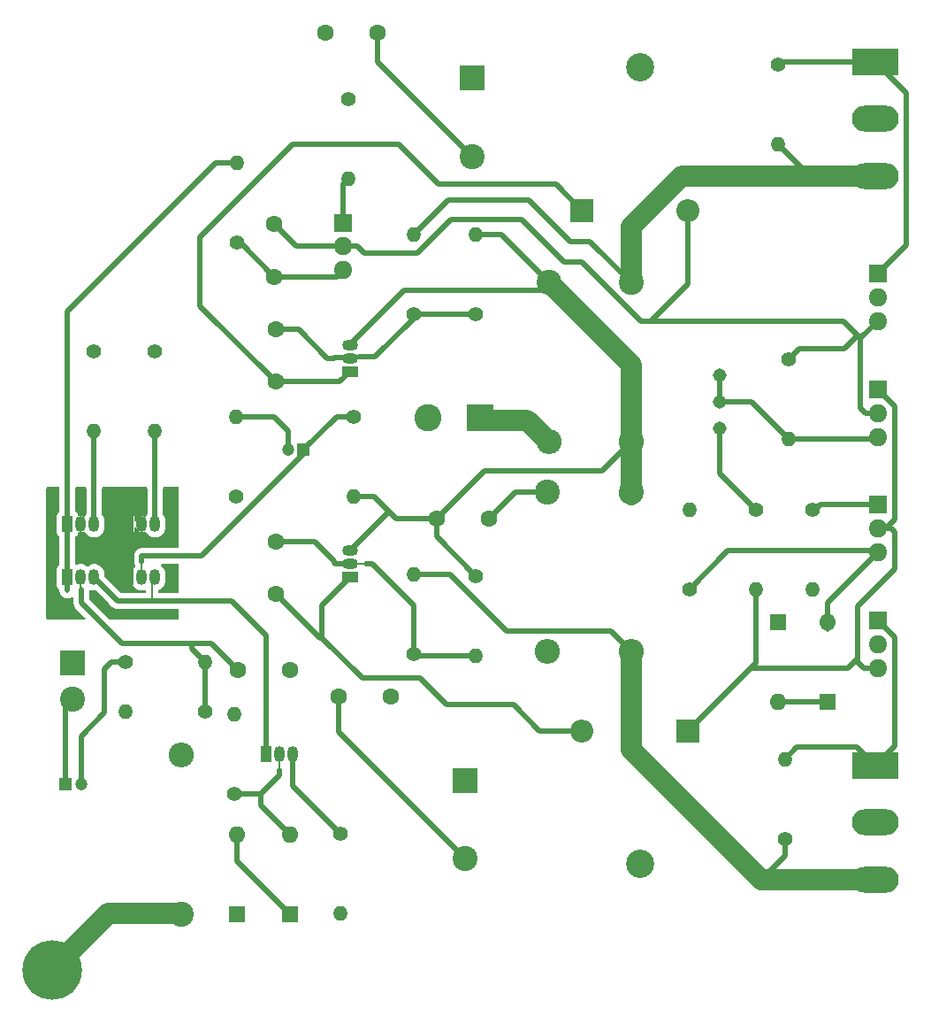
<source format=gbr>
%TF.GenerationSoftware,KiCad,Pcbnew,8.0.4*%
%TF.CreationDate,2024-08-31T16:48:19-04:00*%
%TF.ProjectId,classab-amp,636c6173-7361-4622-9d61-6d702e6b6963,rev?*%
%TF.SameCoordinates,Original*%
%TF.FileFunction,Copper,L1,Top*%
%TF.FilePolarity,Positive*%
%FSLAX46Y46*%
G04 Gerber Fmt 4.6, Leading zero omitted, Abs format (unit mm)*
G04 Created by KiCad (PCBNEW 8.0.4) date 2024-08-31 16:48:19*
%MOMM*%
%LPD*%
G01*
G04 APERTURE LIST*
%TA.AperFunction,ComponentPad*%
%ADD10R,2.600000X2.600000*%
%TD*%
%TA.AperFunction,ComponentPad*%
%ADD11C,2.600000*%
%TD*%
%TA.AperFunction,ComponentPad*%
%ADD12C,2.700000*%
%TD*%
%TA.AperFunction,ComponentPad*%
%ADD13R,1.600000X1.600000*%
%TD*%
%TA.AperFunction,ComponentPad*%
%ADD14O,1.600000X1.600000*%
%TD*%
%TA.AperFunction,ComponentPad*%
%ADD15C,2.400000*%
%TD*%
%TA.AperFunction,ComponentPad*%
%ADD16O,2.400000X2.400000*%
%TD*%
%TA.AperFunction,ComponentPad*%
%ADD17R,1.050000X1.500000*%
%TD*%
%TA.AperFunction,ComponentPad*%
%ADD18O,1.050000X1.500000*%
%TD*%
%TA.AperFunction,ComponentPad*%
%ADD19C,1.400000*%
%TD*%
%TA.AperFunction,ComponentPad*%
%ADD20O,1.400000X1.400000*%
%TD*%
%TA.AperFunction,ComponentPad*%
%ADD21R,1.200000X1.200000*%
%TD*%
%TA.AperFunction,ComponentPad*%
%ADD22C,1.200000*%
%TD*%
%TA.AperFunction,ComponentPad*%
%ADD23C,1.600000*%
%TD*%
%TA.AperFunction,ComponentPad*%
%ADD24R,2.200000X2.200000*%
%TD*%
%TA.AperFunction,ComponentPad*%
%ADD25O,2.200000X2.200000*%
%TD*%
%TA.AperFunction,ComponentPad*%
%ADD26R,4.500000X2.500000*%
%TD*%
%TA.AperFunction,ComponentPad*%
%ADD27O,4.500000X2.500000*%
%TD*%
%TA.AperFunction,ComponentPad*%
%ADD28C,5.700000*%
%TD*%
%TA.AperFunction,ComponentPad*%
%ADD29R,2.400000X2.400000*%
%TD*%
%TA.AperFunction,ComponentPad*%
%ADD30R,1.500000X1.050000*%
%TD*%
%TA.AperFunction,ComponentPad*%
%ADD31O,1.500000X1.050000*%
%TD*%
%TA.AperFunction,ComponentPad*%
%ADD32C,1.308000*%
%TD*%
%TA.AperFunction,ComponentPad*%
%ADD33R,1.800000X1.710000*%
%TD*%
%TA.AperFunction,ComponentPad*%
%ADD34O,1.800000X1.710000*%
%TD*%
%TA.AperFunction,Conductor*%
%ADD35C,0.500000*%
%TD*%
%TA.AperFunction,Conductor*%
%ADD36C,0.200000*%
%TD*%
%TA.AperFunction,Conductor*%
%ADD37C,2.000000*%
%TD*%
G04 APERTURE END LIST*
D10*
%TO.P,J1,1,Pin_1*%
%TO.N,/SPEAKER*%
X229536000Y-76708000D03*
D11*
%TO.P,J1,2,Pin_2*%
%TO.N,GND*%
X224536000Y-76708000D03*
%TD*%
D12*
%TO.P,,1*%
%TO.N,B+*%
X244840000Y-43180000D03*
%TD*%
%TO.P,,1*%
%TO.N,B-*%
X244840000Y-119380000D03*
%TD*%
D13*
%TO.P,D4,1,K*%
%TO.N,Net-(D4-K)*%
X262763000Y-103886000D03*
D14*
%TO.P,D4,2,A*%
%TO.N,Net-(D4-A)*%
X262763000Y-96266000D03*
%TD*%
D15*
%TO.P,R16,1*%
%TO.N,Net-(Q10-E)*%
X243963000Y-63732000D03*
D16*
%TO.P,R16,2*%
%TO.N,Net-(Q13-E)*%
X243963000Y-78972000D03*
%TD*%
D17*
%TO.P,Q5,1,C*%
%TO.N,Net-(Q1-E)*%
X209042000Y-108866000D03*
D18*
%TO.P,Q5,2,B*%
%TO.N,Net-(D1-A)*%
X210312000Y-108866000D03*
%TO.P,Q5,3,E*%
%TO.N,Net-(Q5-E)*%
X211582000Y-108866000D03*
%TD*%
D15*
%TO.P,R15,1*%
%TO.N,CHASSIS*%
X200914000Y-124206000D03*
D16*
%TO.P,R15,2*%
%TO.N,GND*%
X200914000Y-108966000D03*
%TD*%
D19*
%TO.P,R7,1*%
%TO.N,GND*%
X206121000Y-84201000D03*
D20*
%TO.P,R7,2*%
%TO.N,Net-(C4-Pad2)*%
X206121000Y-76581000D03*
%TD*%
%TO.P,R27,2*%
%TO.N,Net-(Q12-E)*%
X223135000Y-91672000D03*
D19*
%TO.P,R27,1*%
%TO.N,Net-(Q14-B)*%
X223135000Y-99292000D03*
%TD*%
%TO.P,R24,1*%
%TO.N,Net-(Q13-B)*%
X223135000Y-66802000D03*
D20*
%TO.P,R24,2*%
%TO.N,Net-(Q10-E)*%
X223135000Y-59182000D03*
%TD*%
D17*
%TO.P,Q3,1,C*%
%TO.N,Net-(Q1-C)*%
X189992000Y-86868000D03*
D18*
%TO.P,Q3,2,B*%
%TO.N,/LTP COM*%
X191262000Y-86868000D03*
%TO.P,Q3,3,E*%
%TO.N,Net-(Q3-E)*%
X192532000Y-86868000D03*
%TD*%
D21*
%TO.P,C1,1*%
%TO.N,/INPUT*%
X189777401Y-111760000D03*
D22*
%TO.P,C1,2*%
%TO.N,Net-(C1-Pad2)*%
X191277401Y-111760000D03*
%TD*%
D19*
%TO.P,R10,1*%
%TO.N,B+*%
X216916000Y-46228000D03*
D20*
%TO.P,R10,2*%
%TO.N,Net-(Q6-E)*%
X216916000Y-53848000D03*
%TD*%
D21*
%TO.P,C4,1*%
%TO.N,Net-(Q2-B)*%
X212598000Y-79756000D03*
D22*
%TO.P,C4,2*%
%TO.N,Net-(C4-Pad2)*%
X211098000Y-79756000D03*
%TD*%
D19*
%TO.P,R8,1*%
%TO.N,Net-(Q6-B)*%
X206248000Y-59944000D03*
D20*
%TO.P,R8,2*%
%TO.N,Net-(Q1-C)*%
X206248000Y-52324000D03*
%TD*%
D23*
%TO.P,C16,1*%
%TO.N,GND*%
X219670000Y-39878000D03*
%TO.P,C16,2*%
%TO.N,B+*%
X214670000Y-39878000D03*
%TD*%
D19*
%TO.P,R19,1*%
%TO.N,Net-(Q12-E)*%
X258699000Y-116967000D03*
D20*
%TO.P,R19,2*%
%TO.N,Net-(Q11-E)*%
X258699000Y-109347000D03*
%TD*%
D17*
%TO.P,Q2,1,C*%
%TO.N,/LTP COM*%
X195834000Y-91948000D03*
D18*
%TO.P,Q2,2,B*%
%TO.N,Net-(Q2-B)*%
X197104000Y-91948000D03*
%TO.P,Q2,3,E*%
%TO.N,Net-(Q1-E)*%
X198374000Y-91948000D03*
%TD*%
D24*
%TO.P,D6,1,K*%
%TO.N,Net-(D6-K)*%
X239264000Y-56874000D03*
D25*
%TO.P,D6,2,A*%
%TO.N,Net-(D6-A)*%
X249424000Y-56874000D03*
%TD*%
D19*
%TO.P,R9,1*%
%TO.N,Net-(Q2-B)*%
X217424000Y-76581000D03*
D20*
%TO.P,R9,2*%
%TO.N,Net-(Q13-E)*%
X217424000Y-84201000D03*
%TD*%
D26*
%TO.P,Q10,1,B*%
%TO.N,Net-(Q10-B)*%
X267340000Y-42649500D03*
D27*
%TO.P,Q10,2,C*%
%TO.N,B+*%
X267340000Y-48099500D03*
%TO.P,Q10,3,E*%
%TO.N,Net-(Q10-E)*%
X267340000Y-53549500D03*
%TD*%
D13*
%TO.P,D1,1,K*%
%TO.N,Net-(D1-K)*%
X211328000Y-124206000D03*
D14*
%TO.P,D1,2,A*%
%TO.N,Net-(D1-A)*%
X211328000Y-116586000D03*
%TD*%
D23*
%TO.P,C11,1*%
%TO.N,Net-(D6-K)*%
X209927000Y-73217000D03*
%TO.P,C11,2*%
%TO.N,Net-(Q13-B)*%
X209927000Y-68217000D03*
%TD*%
D19*
%TO.P,R6,1*%
%TO.N,Net-(D1-A)*%
X205994000Y-112676000D03*
D20*
%TO.P,R6,2*%
%TO.N,GND*%
X205994000Y-105056000D03*
%TD*%
D28*
%TO.P,,1*%
%TO.N,CHASSIS*%
X188500000Y-129500000D03*
%TD*%
D19*
%TO.P,R12,1*%
%TO.N,Net-(R12-Pad1)*%
X255905000Y-85471000D03*
D20*
%TO.P,R12,2*%
%TO.N,Net-(D3-K)*%
X255905000Y-93091000D03*
%TD*%
D19*
%TO.P,R13,1*%
%TO.N,Net-(D4-A)*%
X249555000Y-93091000D03*
D20*
%TO.P,R13,2*%
%TO.N,GND*%
X249555000Y-85471000D03*
%TD*%
D19*
%TO.P,R25,1*%
%TO.N,Net-(Q13-B)*%
X229108000Y-66802000D03*
D20*
%TO.P,R25,2*%
%TO.N,Net-(Q13-E)*%
X229108000Y-59182000D03*
%TD*%
D29*
%TO.P,J3,1,Pin_1*%
%TO.N,GND*%
X190500000Y-100132000D03*
D15*
%TO.P,J3,2,Pin_2*%
%TO.N,/INPUT*%
X190500000Y-103632000D03*
%TD*%
D19*
%TO.P,R14,1*%
%TO.N,Net-(Q8-E)*%
X261366000Y-85471000D03*
D20*
%TO.P,R14,2*%
%TO.N,B-*%
X261366000Y-93091000D03*
%TD*%
D19*
%TO.P,R4,1*%
%TO.N,B+*%
X198374000Y-70358000D03*
D20*
%TO.P,R4,2*%
%TO.N,Net-(Q4-E)*%
X198374000Y-77978000D03*
%TD*%
D23*
%TO.P,C12,1*%
%TO.N,Net-(D3-A)*%
X209927000Y-93537000D03*
%TO.P,C12,2*%
%TO.N,Net-(Q14-B)*%
X209927000Y-88537000D03*
%TD*%
%TO.P,C5,1*%
%TO.N,Net-(Q6-B)*%
X209800000Y-63184000D03*
%TO.P,C5,2*%
%TO.N,Net-(D6-A)*%
X209800000Y-58184000D03*
%TD*%
D15*
%TO.P,R20,1*%
%TO.N,Net-(C3-Pad2)*%
X235962000Y-83798000D03*
D16*
%TO.P,R20,2*%
%TO.N,GND*%
X235962000Y-99038000D03*
%TD*%
D26*
%TO.P,Q12,1,B*%
%TO.N,Net-(Q11-E)*%
X267340000Y-109959500D03*
D27*
%TO.P,Q12,2,C*%
%TO.N,B-*%
X267340000Y-115409500D03*
%TO.P,Q12,3,E*%
%TO.N,Net-(Q12-E)*%
X267340000Y-120859500D03*
%TD*%
D29*
%TO.P,C13,1*%
%TO.N,GND*%
X228088000Y-111357000D03*
D15*
%TO.P,C13,2*%
%TO.N,B-*%
X228088000Y-118857000D03*
%TD*%
D17*
%TO.P,Q1,1,C*%
%TO.N,Net-(Q1-C)*%
X189987000Y-91948000D03*
D18*
%TO.P,Q1,2,B*%
%TO.N,Net-(Q1-B)*%
X191257000Y-91948000D03*
%TO.P,Q1,3,E*%
%TO.N,Net-(Q1-E)*%
X192527000Y-91948000D03*
%TD*%
D23*
%TO.P,C15,1*%
%TO.N,B-*%
X215940000Y-103378000D03*
%TO.P,C15,2*%
%TO.N,GND*%
X220940000Y-103378000D03*
%TD*%
D30*
%TO.P,Q14,1,C*%
%TO.N,Net-(D3-A)*%
X217039000Y-91926000D03*
D31*
%TO.P,Q14,2,B*%
%TO.N,Net-(Q14-B)*%
X217039000Y-90656000D03*
%TO.P,Q14,3,E*%
%TO.N,Net-(Q13-E)*%
X217039000Y-89386000D03*
%TD*%
D13*
%TO.P,D2,1,K*%
%TO.N,B-*%
X206248000Y-124206000D03*
D14*
%TO.P,D2,2,A*%
%TO.N,Net-(D1-K)*%
X206248000Y-116586000D03*
%TD*%
D23*
%TO.P,C2,1*%
%TO.N,Net-(Q1-B)*%
X206288000Y-100838000D03*
%TO.P,C2,2*%
%TO.N,GND*%
X211288000Y-100838000D03*
%TD*%
D29*
%TO.P,C14,1*%
%TO.N,B+*%
X228723000Y-44167000D03*
D15*
%TO.P,C14,2*%
%TO.N,GND*%
X228723000Y-51667000D03*
%TD*%
D32*
%TO.P,RV1,1,1*%
%TO.N,Net-(Q7-B)*%
X252476000Y-72592000D03*
%TO.P,RV1,2,2*%
X252476000Y-75132000D03*
%TO.P,RV1,3,3*%
%TO.N,Net-(R12-Pad1)*%
X252476000Y-77672000D03*
%TD*%
D19*
%TO.P,R2,1*%
%TO.N,Net-(Q1-B)*%
X203200000Y-104802000D03*
D20*
%TO.P,R2,2*%
%TO.N,GND*%
X195580000Y-104802000D03*
%TD*%
D33*
%TO.P,Q11,1,E*%
%TO.N,Net-(Q11-E)*%
X267590000Y-96075500D03*
D34*
%TO.P,Q11,2,C*%
%TO.N,B-*%
X267590000Y-98355500D03*
%TO.P,Q11,3,B*%
%TO.N,Net-(D3-K)*%
X267590000Y-100635500D03*
%TD*%
D20*
%TO.P,R26,2*%
%TO.N,Net-(Q14-B)*%
X229104000Y-99419000D03*
D19*
%TO.P,R26,1*%
%TO.N,Net-(Q13-E)*%
X229104000Y-91799000D03*
%TD*%
D15*
%TO.P,R17,1*%
%TO.N,Net-(Q13-E)*%
X243963000Y-83798000D03*
D16*
%TO.P,R17,2*%
%TO.N,Net-(Q12-E)*%
X243963000Y-99038000D03*
%TD*%
D13*
%TO.P,D5,1,K*%
%TO.N,B-*%
X258064000Y-96266000D03*
D14*
%TO.P,D5,2,A*%
%TO.N,Net-(D4-K)*%
X258064000Y-103886000D03*
%TD*%
D33*
%TO.P,Q7,1,E*%
%TO.N,Net-(D3-K)*%
X267590000Y-73947500D03*
D34*
%TO.P,Q7,2,C*%
%TO.N,Net-(D6-A)*%
X267590000Y-76227500D03*
%TO.P,Q7,3,B*%
%TO.N,Net-(Q7-B)*%
X267590000Y-78507500D03*
%TD*%
D19*
%TO.P,R11,1*%
%TO.N,Net-(D6-A)*%
X259080000Y-71120000D03*
D20*
%TO.P,R11,2*%
%TO.N,Net-(Q7-B)*%
X259080000Y-78740000D03*
%TD*%
D33*
%TO.P,Q8,1,E*%
%TO.N,Net-(Q8-E)*%
X267590000Y-85011500D03*
D34*
%TO.P,Q8,2,C*%
%TO.N,Net-(D3-K)*%
X267590000Y-87291500D03*
%TO.P,Q8,3,B*%
%TO.N,Net-(D4-A)*%
X267590000Y-89571500D03*
%TD*%
D19*
%TO.P,R3,1*%
%TO.N,B+*%
X192532000Y-70358000D03*
D20*
%TO.P,R3,2*%
%TO.N,Net-(Q3-E)*%
X192532000Y-77978000D03*
%TD*%
D19*
%TO.P,R18,1*%
%TO.N,Net-(Q10-B)*%
X258064000Y-42926000D03*
D20*
%TO.P,R18,2*%
%TO.N,Net-(Q10-E)*%
X258064000Y-50546000D03*
%TD*%
D33*
%TO.P,Q6,1,E*%
%TO.N,Net-(Q6-E)*%
X216404000Y-58017000D03*
D34*
%TO.P,Q6,2,C*%
%TO.N,Net-(D6-A)*%
X216404000Y-60297000D03*
%TO.P,Q6,3,B*%
%TO.N,Net-(Q6-B)*%
X216404000Y-62577000D03*
%TD*%
D23*
%TO.P,C3,2*%
%TO.N,Net-(C3-Pad2)*%
X230338000Y-86360000D03*
%TO.P,C3,1*%
%TO.N,Net-(Q13-E)*%
X225338000Y-86360000D03*
%TD*%
D19*
%TO.P,R5,1*%
%TO.N,Net-(Q5-E)*%
X216154000Y-116486000D03*
D20*
%TO.P,R5,2*%
%TO.N,B-*%
X216154000Y-124106000D03*
%TD*%
D15*
%TO.P,R21,1*%
%TO.N,Net-(Q13-E)*%
X236089000Y-63732000D03*
D16*
%TO.P,R21,2*%
%TO.N,/SPEAKER*%
X236089000Y-78972000D03*
%TD*%
D19*
%TO.P,R1,1*%
%TO.N,Net-(C1-Pad2)*%
X195580000Y-100076000D03*
D20*
%TO.P,R1,2*%
%TO.N,Net-(Q1-B)*%
X203200000Y-100076000D03*
%TD*%
D33*
%TO.P,Q9,1,E*%
%TO.N,Net-(Q10-B)*%
X267590000Y-62883500D03*
D34*
%TO.P,Q9,2,C*%
%TO.N,B+*%
X267590000Y-65163500D03*
%TO.P,Q9,3,B*%
%TO.N,Net-(D6-A)*%
X267590000Y-67443500D03*
%TD*%
D24*
%TO.P,D3,1,K*%
%TO.N,Net-(D3-K)*%
X249424000Y-106658000D03*
D25*
%TO.P,D3,2,A*%
%TO.N,Net-(D3-A)*%
X239264000Y-106658000D03*
%TD*%
D30*
%TO.P,Q13,1,C*%
%TO.N,Net-(D6-K)*%
X217039000Y-72241000D03*
D31*
%TO.P,Q13,2,B*%
%TO.N,Net-(Q13-B)*%
X217039000Y-70971000D03*
%TO.P,Q13,3,E*%
%TO.N,Net-(Q13-E)*%
X217039000Y-69701000D03*
%TD*%
D17*
%TO.P,Q4,1,C*%
%TO.N,/LTP COM*%
X195834000Y-86868000D03*
D18*
%TO.P,Q4,2,B*%
X197104000Y-86868000D03*
%TO.P,Q4,3,E*%
%TO.N,Net-(Q4-E)*%
X198374000Y-86868000D03*
%TD*%
D35*
%TO.N,Net-(Q2-B)*%
X197104000Y-89916000D02*
X197104000Y-90448000D01*
X202847189Y-89916000D02*
X197104000Y-89916000D01*
X212598000Y-80165189D02*
X202847189Y-89916000D01*
X212598000Y-79756000D02*
X212598000Y-80165189D01*
%TO.N,Net-(Q1-E)*%
X205740000Y-94234000D02*
X198115000Y-94234000D01*
X209037000Y-97531000D02*
X205740000Y-94234000D01*
X209037000Y-108866000D02*
X209037000Y-97531000D01*
D36*
%TO.N,Net-(Q2-B)*%
X197104000Y-90448000D02*
X197104000Y-91948000D01*
D35*
%TO.N,Net-(Q1-B)*%
X191333200Y-94406800D02*
X191333200Y-93141800D01*
X195224400Y-98298000D02*
X191333200Y-94406800D01*
X201930000Y-98298000D02*
X195224400Y-98298000D01*
%TO.N,Net-(Q1-E)*%
X198115000Y-94234000D02*
X194813000Y-94234000D01*
%TO.N,Net-(Q4-E)*%
X198379000Y-77983000D02*
X198379000Y-86868000D01*
X198374000Y-77978000D02*
X198379000Y-77983000D01*
%TO.N,Net-(Q3-E)*%
X192537000Y-77983000D02*
X192537000Y-86868000D01*
X192532000Y-77978000D02*
X192537000Y-77983000D01*
%TO.N,Net-(Q1-C)*%
X189987000Y-66553000D02*
X189987000Y-93218000D01*
X189728000Y-91694000D02*
X189982000Y-91948000D01*
X204216000Y-52324000D02*
X189987000Y-66553000D01*
X206248000Y-52324000D02*
X204216000Y-52324000D01*
X189982000Y-91948000D02*
X189982000Y-90175000D01*
X189982000Y-90175000D02*
X189987000Y-90170000D01*
D36*
%TO.N,Net-(Q1-E)*%
X198115000Y-91948000D02*
X198115000Y-94234000D01*
D35*
%TO.N,Net-(Q13-B)*%
X223135000Y-67161000D02*
X223135000Y-67040000D01*
X217928000Y-70844000D02*
X219452000Y-70844000D01*
X219452000Y-70844000D02*
X223135000Y-67161000D01*
%TO.N,Net-(Q13-E)*%
X229910000Y-81788000D02*
X225338000Y-86360000D01*
X241147000Y-81788000D02*
X229910000Y-81788000D01*
X241147000Y-81788000D02*
X243963000Y-78972000D01*
D37*
%TO.N,/SPEAKER*%
X234028000Y-76911000D02*
X236089000Y-78972000D01*
X229576000Y-76911000D02*
X234028000Y-76911000D01*
D36*
%TO.N,Net-(Q14-B)*%
X218539000Y-90656000D02*
X217039000Y-90656000D01*
D35*
X219180000Y-90656000D02*
X218539000Y-90656000D01*
X223135000Y-94611000D02*
X219180000Y-90656000D01*
X223135000Y-99292000D02*
X223135000Y-94611000D01*
%TO.N,Net-(D6-A)*%
X223520000Y-60960000D02*
X218377000Y-60960000D01*
X226748000Y-57732000D02*
X223520000Y-60960000D01*
X233500000Y-57732000D02*
X226748000Y-57732000D01*
X237550000Y-61782000D02*
X233500000Y-57732000D01*
X218377000Y-60960000D02*
X217714000Y-60297000D01*
X239255284Y-61782000D02*
X237550000Y-61782000D01*
X239358642Y-61885358D02*
X239255284Y-61782000D01*
X217714000Y-60297000D02*
X216404000Y-60297000D01*
%TO.N,Net-(Q13-E)*%
X231539000Y-59182000D02*
X236089000Y-63732000D01*
X229108000Y-59182000D02*
X231539000Y-59182000D01*
%TO.N,Net-(Q10-E)*%
X234188000Y-55880000D02*
X238103000Y-59795000D01*
X226437000Y-55880000D02*
X234188000Y-55880000D01*
X238103000Y-59795000D02*
X240026000Y-59795000D01*
X240026000Y-59795000D02*
X243963000Y-63732000D01*
X223135000Y-59182000D02*
X226437000Y-55880000D01*
%TO.N,Net-(D6-A)*%
X239358642Y-61885358D02*
X244939283Y-67466000D01*
X239255283Y-61782000D02*
X239358642Y-61885358D01*
%TO.N,Net-(Q13-B)*%
X223135000Y-66802000D02*
X229108000Y-66802000D01*
%TO.N,Net-(D6-K)*%
X211582000Y-50546000D02*
X202692000Y-59436000D01*
X221742000Y-50546000D02*
X211582000Y-50546000D01*
X202692000Y-59436000D02*
X202692000Y-65982000D01*
X202692000Y-65982000D02*
X209927000Y-73217000D01*
X225552000Y-54356000D02*
X221742000Y-50546000D01*
X239264000Y-56874000D02*
X236746000Y-54356000D01*
X236746000Y-54356000D02*
X225552000Y-54356000D01*
%TO.N,Net-(Q14-B)*%
X223262000Y-99419000D02*
X223135000Y-99292000D01*
X229104000Y-99419000D02*
X223262000Y-99419000D01*
%TO.N,Net-(Q12-E)*%
X232040000Y-97088000D02*
X242013000Y-97088000D01*
X226624000Y-91672000D02*
X232040000Y-97088000D01*
X223135000Y-91672000D02*
X226624000Y-91672000D01*
X242013000Y-97088000D02*
X243963000Y-99038000D01*
%TO.N,Net-(C3-Pad2)*%
X232900000Y-83798000D02*
X230338000Y-86360000D01*
X235962000Y-83798000D02*
X232900000Y-83798000D01*
%TO.N,Net-(Q13-E)*%
X225338000Y-88033000D02*
X229104000Y-91799000D01*
X225338000Y-86360000D02*
X225338000Y-88033000D01*
X221480000Y-86360000D02*
X225338000Y-86360000D01*
X220770000Y-85650000D02*
X221480000Y-86360000D01*
%TO.N,Net-(D3-A)*%
X223770000Y-101600000D02*
X218204000Y-101600000D01*
X226310000Y-104140000D02*
X223770000Y-101600000D01*
X218204000Y-101600000D02*
X214372000Y-97768000D01*
X232682000Y-104140000D02*
X226310000Y-104140000D01*
X235200000Y-106658000D02*
X232682000Y-104140000D01*
X239264000Y-106658000D02*
X235200000Y-106658000D01*
D36*
%TO.N,Net-(D1-A)*%
X210312000Y-108866000D02*
X210312000Y-110366000D01*
D35*
X211328000Y-116586000D02*
X208534000Y-113792000D01*
X208534000Y-112676000D02*
X205994000Y-112676000D01*
X208534000Y-113792000D02*
X208534000Y-112676000D01*
X210312000Y-110898000D02*
X208534000Y-112676000D01*
X210312000Y-110366000D02*
X210312000Y-110898000D01*
%TO.N,Net-(D1-K)*%
X206248000Y-116586000D02*
X206248000Y-119126000D01*
X206248000Y-119126000D02*
X211328000Y-124206000D01*
%TO.N,Net-(D3-A)*%
X214372000Y-97768000D02*
X214372000Y-94593000D01*
X217034000Y-91931000D02*
X217039000Y-91931000D01*
X214158000Y-97768000D02*
X209927000Y-93537000D01*
X214372000Y-97768000D02*
X214158000Y-97768000D01*
X214372000Y-94593000D02*
X217034000Y-91931000D01*
%TO.N,Net-(D3-K)*%
X265685000Y-100040500D02*
X266280000Y-100635500D01*
X255424000Y-100658000D02*
X264722000Y-100658000D01*
X266280000Y-100635500D02*
X267590000Y-100635500D01*
X269241000Y-75553500D02*
X267635000Y-73947500D01*
X255905000Y-100177000D02*
X255257000Y-100825000D01*
X267590000Y-87291500D02*
X268900000Y-87291500D01*
X269240000Y-86442500D02*
X269240000Y-84030500D01*
X264722000Y-100658000D02*
X265685000Y-99695000D01*
X269241000Y-84029500D02*
X269241000Y-75553500D01*
X267635000Y-73947500D02*
X267590000Y-73947500D01*
X269240000Y-87631500D02*
X269240000Y-91170500D01*
X255905000Y-93091000D02*
X255905000Y-100177000D01*
X249424000Y-106658000D02*
X255257000Y-100825000D01*
X267590000Y-87291500D02*
X268391000Y-87291500D01*
X269240000Y-84030500D02*
X269241000Y-84029500D01*
X265685000Y-99695000D02*
X265685000Y-100040500D01*
X268900000Y-87291500D02*
X269240000Y-87631500D01*
X269240000Y-91170500D02*
X265685000Y-94725500D01*
X265685000Y-94725500D02*
X265685000Y-99695000D01*
X268391000Y-87291500D02*
X269240000Y-86442500D01*
X255257000Y-100825000D02*
X255424000Y-100658000D01*
%TO.N,Net-(D4-K)*%
X262763000Y-103886000D02*
X258064000Y-103886000D01*
%TO.N,Net-(D4-A)*%
X262763000Y-94398500D02*
X267590000Y-89571500D01*
X249555000Y-93091000D02*
X253238000Y-89408000D01*
X267426500Y-89408000D02*
X267590000Y-89571500D01*
X253238000Y-89408000D02*
X267426500Y-89408000D01*
X262763000Y-96901000D02*
X262763000Y-94398500D01*
%TO.N,Net-(Q1-B)*%
X206288000Y-100838000D02*
X203748000Y-98298000D01*
D36*
X191257000Y-91948000D02*
X191257000Y-93065600D01*
X191257000Y-93065600D02*
X191333200Y-93141800D01*
D35*
X203748000Y-98298000D02*
X201930000Y-98298000D01*
X201930000Y-98806000D02*
X201930000Y-98298000D01*
X203200000Y-104548000D02*
X203200000Y-100076000D01*
X203200000Y-100076000D02*
X201930000Y-98806000D01*
D36*
%TO.N,Net-(Q1-C)*%
X189987000Y-90170000D02*
X189987000Y-91948000D01*
%TO.N,Net-(Q1-E)*%
X192527000Y-91948000D02*
X193289000Y-92710000D01*
D35*
X192532000Y-91953000D02*
X192532000Y-91948000D01*
X193289000Y-92710000D02*
X192532000Y-91953000D01*
%TO.N,Net-(Q2-B)*%
X217424000Y-76581000D02*
X215773000Y-76581000D01*
X215773000Y-76581000D02*
X212598000Y-79756000D01*
%TO.N,Net-(Q5-E)*%
X216154000Y-116486000D02*
X211587000Y-111919000D01*
X211587000Y-111919000D02*
X211587000Y-108866000D01*
%TO.N,Net-(Q6-E)*%
X216404000Y-54360000D02*
X216916000Y-53848000D01*
X216404000Y-58017000D02*
X216404000Y-54360000D01*
%TO.N,Net-(Q6-B)*%
X215797000Y-63184000D02*
X216404000Y-62577000D01*
X206248000Y-59944000D02*
X206560000Y-59944000D01*
X209800000Y-63184000D02*
X215797000Y-63184000D01*
X206560000Y-59944000D02*
X209800000Y-63184000D01*
%TO.N,Net-(Q7-B)*%
X252476000Y-72592000D02*
X252476000Y-75132000D01*
X259080000Y-78740000D02*
X255472000Y-75132000D01*
X267357500Y-78740000D02*
X267590000Y-78507500D01*
X259080000Y-78740000D02*
X267357500Y-78740000D01*
X255472000Y-75132000D02*
X252476000Y-75132000D01*
%TO.N,Net-(Q10-E)*%
X261747000Y-54184500D02*
X261112000Y-53549500D01*
D37*
X261112000Y-53549500D02*
X267340000Y-53549500D01*
X255524000Y-53572000D02*
X255546500Y-53549500D01*
X243963000Y-63732000D02*
X243963000Y-58398000D01*
X255546500Y-53549500D02*
X261112000Y-53549500D01*
X267317500Y-53572000D02*
X267340000Y-53549500D01*
X243963000Y-58398000D02*
X248789000Y-53572000D01*
X248789000Y-53572000D02*
X267317500Y-53572000D01*
D35*
X258064000Y-50546000D02*
X261067500Y-53549500D01*
X261067500Y-53549500D02*
X267340000Y-53549500D01*
%TO.N,Net-(Q10-B)*%
X258340500Y-42649500D02*
X258064000Y-42926000D01*
X270340000Y-45649500D02*
X267340000Y-42649500D01*
X267340000Y-42649500D02*
X258340500Y-42649500D01*
X267590000Y-62883500D02*
X270340000Y-60133500D01*
X270340000Y-60133500D02*
X270340000Y-45649500D01*
%TO.N,Net-(Q8-E)*%
X261620000Y-85471000D02*
X262079500Y-85011500D01*
X261366000Y-85471000D02*
X261620000Y-85471000D01*
X262079500Y-85011500D02*
X267590000Y-85011500D01*
%TO.N,Net-(Q11-E)*%
X269240000Y-97680500D02*
X269240000Y-108059500D01*
X259969000Y-108204000D02*
X265584500Y-108204000D01*
X269240000Y-108059500D02*
X267340000Y-109959500D01*
X267635000Y-96075500D02*
X269240000Y-97680500D01*
X259842000Y-108204000D02*
X258699000Y-109347000D01*
X265584500Y-108204000D02*
X267340000Y-109959500D01*
X267590000Y-96075500D02*
X267635000Y-96075500D01*
X259969000Y-108204000D02*
X259842000Y-108204000D01*
D37*
%TO.N,Net-(Q12-E)*%
X243963000Y-99038000D02*
X243963000Y-108432000D01*
D35*
X258699000Y-118596000D02*
X258699000Y-116967000D01*
D37*
X256435500Y-120859500D02*
X267340000Y-120859500D01*
D35*
X256435500Y-120859500D02*
X258699000Y-118596000D01*
D37*
X243963000Y-108432000D02*
X256413000Y-120882000D01*
X256413000Y-120882000D02*
X256435500Y-120859500D01*
D35*
%TO.N,Net-(C1-Pad2)*%
X191277401Y-111760000D02*
X191312800Y-111724601D01*
X191312800Y-111724601D02*
X191312800Y-107137200D01*
X193548000Y-100738000D02*
X194210000Y-100076000D01*
X191312800Y-107137200D02*
X193548000Y-104902000D01*
X194210000Y-100076000D02*
X195580000Y-100076000D01*
X193548000Y-104902000D02*
X193548000Y-100738000D01*
%TO.N,Net-(C4-Pad2)*%
X211098000Y-79756000D02*
X211098000Y-77945000D01*
X206121000Y-76581000D02*
X209734000Y-76581000D01*
X211098000Y-77945000D02*
X209734000Y-76581000D01*
%TO.N,/INPUT*%
X189812800Y-111724601D02*
X189777401Y-111760000D01*
X189812800Y-104319200D02*
X189812800Y-111724601D01*
X190500000Y-103632000D02*
X189812800Y-104319200D01*
%TO.N,GND*%
X219670000Y-42614000D02*
X228723000Y-51667000D01*
X219670000Y-39878000D02*
X219670000Y-42614000D01*
%TO.N,B-*%
X215940000Y-103378000D02*
X215940000Y-106709000D01*
X215940000Y-106709000D02*
X228088000Y-118857000D01*
%TO.N,Net-(D6-A)*%
X249424000Y-63914000D02*
X249424000Y-56874000D01*
X244939283Y-67466000D02*
X245872000Y-67466000D01*
X260096000Y-70104000D02*
X264414000Y-70104000D01*
X264414000Y-70104000D02*
X265682250Y-68835750D01*
X211913000Y-60297000D02*
X216404000Y-60297000D01*
X259080000Y-71120000D02*
X260096000Y-70104000D01*
X244939283Y-67466000D02*
X264312500Y-67466000D01*
X265940000Y-69093500D02*
X265940000Y-75775500D01*
X265940000Y-75775500D02*
X266392000Y-76227500D01*
X245872000Y-67466000D02*
X249424000Y-63914000D01*
X267590000Y-67443500D02*
X265940000Y-69093500D01*
X209800000Y-58184000D02*
X211913000Y-60297000D01*
X264312500Y-67466000D02*
X265940000Y-69093500D01*
X266392000Y-76227500D02*
X267590000Y-76227500D01*
%TO.N,Net-(D6-K)*%
X209673000Y-73217000D02*
X216068000Y-73217000D01*
%TO.N,Net-(Q13-E)*%
X217424000Y-84201000D02*
X219321000Y-84201000D01*
D37*
X243963000Y-78972000D02*
X243963000Y-84052000D01*
X243963000Y-78972000D02*
X243963000Y-71606000D01*
X243836000Y-83925000D02*
X243963000Y-83798000D01*
X243963000Y-71606000D02*
X236089000Y-63732000D01*
D35*
X220770000Y-85650000D02*
X217039000Y-89381000D01*
X219321000Y-84201000D02*
X220770000Y-85650000D01*
%TO.N,Net-(Q13-B)*%
X215539000Y-70966000D02*
X216275878Y-70966000D01*
X215539000Y-70971000D02*
X215539000Y-70966000D01*
X214880000Y-70971000D02*
X215539000Y-70971000D01*
X209673000Y-68217000D02*
X212126000Y-68217000D01*
X212126000Y-68217000D02*
X214880000Y-70971000D01*
%TO.N,Net-(Q14-B)*%
X213650000Y-88537000D02*
X215539000Y-90426000D01*
X215539000Y-90553000D02*
X215637000Y-90651000D01*
X209927000Y-88537000D02*
X213650000Y-88537000D01*
X215539000Y-90426000D02*
X215539000Y-90553000D01*
X215637000Y-90651000D02*
X216275878Y-90651000D01*
%TO.N,Net-(R12-Pad1)*%
X252476000Y-82042000D02*
X255905000Y-85471000D01*
X252476000Y-77672000D02*
X252476000Y-82042000D01*
D37*
%TO.N,CHASSIS*%
X200914000Y-124206000D02*
X200814000Y-124106000D01*
X200814000Y-124106000D02*
X193894000Y-124106000D01*
X193894000Y-124106000D02*
X188500000Y-129500000D01*
D35*
%TO.N,Net-(Q13-E)*%
X222219000Y-64516000D02*
X217039000Y-69696000D01*
X235305000Y-64516000D02*
X222219000Y-64516000D01*
X236089000Y-63732000D02*
X235305000Y-64516000D01*
%TO.N,Net-(D6-K)*%
X216068000Y-73217000D02*
X217039000Y-72246000D01*
%TO.N,Net-(Q1-E)*%
X193289000Y-92710000D02*
X194813000Y-94234000D01*
%TD*%
%TA.AperFunction,Conductor*%
%TO.N,/LTP COM*%
G36*
X197571539Y-83331685D02*
G01*
X197617294Y-83384489D01*
X197628500Y-83436000D01*
X197628500Y-85886861D01*
X197608815Y-85953900D01*
X197592181Y-85974542D01*
X197577444Y-85989278D01*
X197577441Y-85989282D01*
X197487264Y-86124242D01*
X197433652Y-86169047D01*
X197364327Y-86177754D01*
X197322162Y-86162738D01*
X197306645Y-86153779D01*
X197306646Y-86153779D01*
X197173115Y-86118000D01*
X197034885Y-86118000D01*
X196901356Y-86153779D01*
X196781643Y-86222896D01*
X196781640Y-86222898D01*
X196683898Y-86320640D01*
X196683896Y-86320643D01*
X196614779Y-86440356D01*
X196602775Y-86485155D01*
X196566409Y-86544815D01*
X196503562Y-86575344D01*
X196434187Y-86567049D01*
X196380309Y-86522563D01*
X196359035Y-86456011D01*
X196359000Y-86453061D01*
X196359000Y-86118000D01*
X195309000Y-86118000D01*
X195309000Y-87618000D01*
X196359000Y-87618000D01*
X196359000Y-87282938D01*
X196378685Y-87215899D01*
X196431489Y-87170144D01*
X196500647Y-87160200D01*
X196564203Y-87189225D01*
X196601977Y-87248003D01*
X196602775Y-87250844D01*
X196614779Y-87295643D01*
X196683896Y-87415356D01*
X196683898Y-87415359D01*
X196781640Y-87513101D01*
X196781643Y-87513103D01*
X196901356Y-87582220D01*
X197034885Y-87618000D01*
X197173115Y-87618000D01*
X197306643Y-87582220D01*
X197322158Y-87573263D01*
X197390057Y-87556788D01*
X197456085Y-87579638D01*
X197487264Y-87611757D01*
X197577441Y-87746718D01*
X197720281Y-87889558D01*
X197888237Y-88001782D01*
X197888241Y-88001784D01*
X197888244Y-88001786D01*
X198074873Y-88079091D01*
X198272992Y-88118499D01*
X198272996Y-88118500D01*
X198272997Y-88118500D01*
X198475004Y-88118500D01*
X198475005Y-88118499D01*
X198673127Y-88079091D01*
X198859756Y-88001786D01*
X199027718Y-87889558D01*
X199170558Y-87746718D01*
X199282786Y-87578756D01*
X199360091Y-87392127D01*
X199399500Y-87194003D01*
X199399500Y-86541997D01*
X199360091Y-86343873D01*
X199282786Y-86157244D01*
X199282784Y-86157241D01*
X199282782Y-86157237D01*
X199170558Y-85989281D01*
X199165819Y-85984542D01*
X199132334Y-85923219D01*
X199129500Y-85896861D01*
X199129500Y-83436000D01*
X199149185Y-83368961D01*
X199201989Y-83323206D01*
X199253500Y-83312000D01*
X200536000Y-83312000D01*
X200603039Y-83331685D01*
X200648794Y-83384489D01*
X200660000Y-83436000D01*
X200660000Y-89041500D01*
X200640315Y-89108539D01*
X200587511Y-89154294D01*
X200536000Y-89165500D01*
X197030080Y-89165500D01*
X196885092Y-89194340D01*
X196885082Y-89194343D01*
X196748511Y-89250912D01*
X196748498Y-89250919D01*
X196625584Y-89333048D01*
X196625580Y-89333051D01*
X196521051Y-89437580D01*
X196521048Y-89437584D01*
X196438919Y-89560498D01*
X196438912Y-89560511D01*
X196382343Y-89697082D01*
X196382340Y-89697092D01*
X196353500Y-89842079D01*
X196353500Y-89842082D01*
X196353500Y-90521918D01*
X196353500Y-90521920D01*
X196353499Y-90521920D01*
X196382340Y-90666907D01*
X196382343Y-90666917D01*
X196438912Y-90803488D01*
X196441789Y-90808870D01*
X196439529Y-90810077D01*
X196457055Y-90866115D01*
X196438548Y-90933489D01*
X196420755Y-90955968D01*
X196307444Y-91069278D01*
X196307443Y-91069279D01*
X196293253Y-91090517D01*
X196258257Y-91142891D01*
X196204648Y-91187695D01*
X196155157Y-91198000D01*
X195309000Y-91198000D01*
X195309000Y-92698000D01*
X196155157Y-92698000D01*
X196222196Y-92717685D01*
X196258257Y-92753107D01*
X196293253Y-92805483D01*
X196307443Y-92826720D01*
X196450281Y-92969558D01*
X196618237Y-93081782D01*
X196618241Y-93081784D01*
X196618244Y-93081786D01*
X196804873Y-93159091D01*
X196929487Y-93183878D01*
X197002992Y-93198499D01*
X197002996Y-93198500D01*
X197002997Y-93198500D01*
X197205004Y-93198500D01*
X197205004Y-93198499D01*
X197366310Y-93166414D01*
X197435900Y-93172641D01*
X197491077Y-93215504D01*
X197514322Y-93281393D01*
X197514500Y-93288031D01*
X197514500Y-93359500D01*
X197494815Y-93426539D01*
X197442011Y-93472294D01*
X197390500Y-93483500D01*
X195175229Y-93483500D01*
X195108190Y-93463815D01*
X195087548Y-93447181D01*
X193763096Y-92122727D01*
X193763075Y-92122707D01*
X193588819Y-91948451D01*
X193555334Y-91887128D01*
X193552500Y-91860770D01*
X193552500Y-91621996D01*
X193552499Y-91621992D01*
X193513092Y-91423880D01*
X193513091Y-91423873D01*
X193435786Y-91237244D01*
X193435784Y-91237241D01*
X193435782Y-91237237D01*
X193323558Y-91069281D01*
X193180718Y-90926441D01*
X193012762Y-90814217D01*
X193012752Y-90814212D01*
X192826127Y-90736909D01*
X192826119Y-90736907D01*
X192628007Y-90697500D01*
X192628003Y-90697500D01*
X192425997Y-90697500D01*
X192425992Y-90697500D01*
X192227880Y-90736907D01*
X192227872Y-90736909D01*
X192041244Y-90814213D01*
X191960891Y-90867904D01*
X191894213Y-90888782D01*
X191826833Y-90870297D01*
X191823109Y-90867904D01*
X191742755Y-90814213D01*
X191556127Y-90736909D01*
X191556119Y-90736907D01*
X191358007Y-90697500D01*
X191358003Y-90697500D01*
X191155997Y-90697500D01*
X191155992Y-90697500D01*
X190957880Y-90736907D01*
X190957868Y-90736910D01*
X190908952Y-90757172D01*
X190839482Y-90764641D01*
X190777003Y-90733365D01*
X190741352Y-90673276D01*
X190737500Y-90642611D01*
X190737500Y-88140208D01*
X190757185Y-88073169D01*
X190787187Y-88040942D01*
X190874546Y-87975546D01*
X190960796Y-87860331D01*
X191011091Y-87725483D01*
X191011931Y-87717668D01*
X191038666Y-87653120D01*
X191096058Y-87613270D01*
X191165883Y-87610774D01*
X191167315Y-87611149D01*
X191192880Y-87617999D01*
X191192884Y-87618000D01*
X191331115Y-87618000D01*
X191464643Y-87582220D01*
X191480158Y-87573263D01*
X191548057Y-87556788D01*
X191614085Y-87579638D01*
X191645264Y-87611757D01*
X191735441Y-87746718D01*
X191878281Y-87889558D01*
X192046237Y-88001782D01*
X192046241Y-88001784D01*
X192046244Y-88001786D01*
X192232873Y-88079091D01*
X192430992Y-88118499D01*
X192430996Y-88118500D01*
X192430997Y-88118500D01*
X192633004Y-88118500D01*
X192633005Y-88118499D01*
X192831127Y-88079091D01*
X193017756Y-88001786D01*
X193185718Y-87889558D01*
X193328558Y-87746718D01*
X193440786Y-87578756D01*
X193518091Y-87392127D01*
X193557500Y-87194003D01*
X193557500Y-86541997D01*
X193518091Y-86343873D01*
X193440786Y-86157244D01*
X193440784Y-86157241D01*
X193440782Y-86157237D01*
X193328558Y-85989281D01*
X193323819Y-85984542D01*
X193290334Y-85923219D01*
X193287500Y-85896861D01*
X193287500Y-83436000D01*
X193307185Y-83368961D01*
X193359989Y-83323206D01*
X193411500Y-83312000D01*
X197504500Y-83312000D01*
X197571539Y-83331685D01*
G37*
%TD.AperFunction*%
%TA.AperFunction,Conductor*%
G36*
X191729539Y-83331685D02*
G01*
X191775294Y-83384489D01*
X191786500Y-83436000D01*
X191786500Y-85886861D01*
X191766815Y-85953900D01*
X191750181Y-85974542D01*
X191735444Y-85989278D01*
X191735441Y-85989282D01*
X191645264Y-86124242D01*
X191591652Y-86169047D01*
X191522327Y-86177754D01*
X191480162Y-86162738D01*
X191464645Y-86153779D01*
X191464646Y-86153779D01*
X191331115Y-86118000D01*
X191192880Y-86118000D01*
X191167312Y-86124851D01*
X191097462Y-86123187D01*
X191039600Y-86084024D01*
X191012097Y-86019795D01*
X191011930Y-86018322D01*
X191011091Y-86010517D01*
X190960797Y-85875671D01*
X190960793Y-85875664D01*
X190874547Y-85760455D01*
X190787188Y-85695057D01*
X190745318Y-85639123D01*
X190737500Y-85595791D01*
X190737500Y-83436000D01*
X190757185Y-83368961D01*
X190809989Y-83323206D01*
X190861500Y-83312000D01*
X191662500Y-83312000D01*
X191729539Y-83331685D01*
G37*
%TD.AperFunction*%
%TD*%
%TA.AperFunction,NonConductor*%
G36*
X200603039Y-90686185D02*
G01*
X200648794Y-90738989D01*
X200660000Y-90790500D01*
X200660000Y-93359500D01*
X200640315Y-93426539D01*
X200587511Y-93472294D01*
X200536000Y-93483500D01*
X198839500Y-93483500D01*
X198772461Y-93463815D01*
X198726706Y-93411011D01*
X198715500Y-93359500D01*
X198715500Y-93224393D01*
X198735185Y-93157354D01*
X198787989Y-93111599D01*
X198792047Y-93109832D01*
X198817300Y-93099372D01*
X198859756Y-93081786D01*
X198859756Y-93081785D01*
X198859758Y-93081785D01*
X198943174Y-93026047D01*
X199027718Y-92969558D01*
X199170558Y-92826718D01*
X199282786Y-92658756D01*
X199360091Y-92472127D01*
X199399500Y-92274003D01*
X199399500Y-91621997D01*
X199360091Y-91423873D01*
X199282786Y-91237244D01*
X199282784Y-91237241D01*
X199282782Y-91237237D01*
X199170558Y-91069281D01*
X199027721Y-90926444D01*
X199027717Y-90926441D01*
X198978570Y-90893602D01*
X198933765Y-90839990D01*
X198925058Y-90770665D01*
X198955212Y-90707637D01*
X199014655Y-90670918D01*
X199047461Y-90666500D01*
X200536000Y-90666500D01*
X200603039Y-90686185D01*
G37*
%TD.AperFunction*%
%TA.AperFunction,NonConductor*%
G36*
X192231882Y-93159888D02*
G01*
X192425994Y-93198499D01*
X192425996Y-93198500D01*
X192425997Y-93198500D01*
X192628004Y-93198500D01*
X192632249Y-93197655D01*
X192636498Y-93196810D01*
X192706090Y-93203034D01*
X192748376Y-93230745D01*
X193970546Y-94452913D01*
X194230048Y-94712415D01*
X194230049Y-94712416D01*
X194311206Y-94793573D01*
X194334585Y-94816952D01*
X194457498Y-94899080D01*
X194457511Y-94899087D01*
X194594082Y-94955656D01*
X194594087Y-94955658D01*
X194594091Y-94955658D01*
X194594092Y-94955659D01*
X194739079Y-94984500D01*
X200536000Y-94984500D01*
X200603039Y-95004185D01*
X200648794Y-95056989D01*
X200660000Y-95108500D01*
X200660000Y-95888000D01*
X200640315Y-95955039D01*
X200587511Y-96000794D01*
X200536000Y-96012000D01*
X194051130Y-96012000D01*
X193984091Y-95992315D01*
X193963449Y-95975681D01*
X192120019Y-94132251D01*
X192086534Y-94070928D01*
X192083700Y-94044570D01*
X192083700Y-93281507D01*
X192103385Y-93214468D01*
X192156189Y-93168713D01*
X192225347Y-93158769D01*
X192231882Y-93159888D01*
G37*
%TD.AperFunction*%
%TA.AperFunction,NonConductor*%
G36*
X189179539Y-83331685D02*
G01*
X189225294Y-83384489D01*
X189236500Y-83436000D01*
X189236500Y-85603277D01*
X189216815Y-85670316D01*
X189186812Y-85702543D01*
X189109452Y-85760455D01*
X189023206Y-85875664D01*
X189023202Y-85875671D01*
X188972908Y-86010517D01*
X188966501Y-86070116D01*
X188966500Y-86070135D01*
X188966500Y-87665870D01*
X188966501Y-87665876D01*
X188972908Y-87725483D01*
X189023202Y-87860328D01*
X189023206Y-87860335D01*
X189045083Y-87889558D01*
X189109454Y-87975546D01*
X189186811Y-88033456D01*
X189228682Y-88089389D01*
X189236500Y-88132722D01*
X189236500Y-90063733D01*
X189234117Y-90087925D01*
X189231500Y-90101080D01*
X189231500Y-90683277D01*
X189211815Y-90750316D01*
X189181812Y-90782543D01*
X189104452Y-90840455D01*
X189018206Y-90955664D01*
X189018202Y-90955671D01*
X188967908Y-91090517D01*
X188961501Y-91150116D01*
X188961500Y-91150135D01*
X188961500Y-92745870D01*
X188961501Y-92745876D01*
X188967908Y-92805483D01*
X189018202Y-92940328D01*
X189018206Y-92940335D01*
X189104452Y-93055544D01*
X189104453Y-93055545D01*
X189104454Y-93055546D01*
X189186811Y-93117198D01*
X189228682Y-93173131D01*
X189236500Y-93216464D01*
X189236500Y-93291918D01*
X189236500Y-93291920D01*
X189236499Y-93291920D01*
X189265340Y-93436907D01*
X189265343Y-93436917D01*
X189321912Y-93573488D01*
X189321919Y-93573501D01*
X189404048Y-93696415D01*
X189404051Y-93696419D01*
X189508580Y-93800948D01*
X189508584Y-93800951D01*
X189631498Y-93883080D01*
X189631511Y-93883087D01*
X189768082Y-93939656D01*
X189768087Y-93939658D01*
X189768091Y-93939658D01*
X189768092Y-93939659D01*
X189913079Y-93968500D01*
X189913082Y-93968500D01*
X190060920Y-93968500D01*
X190158462Y-93949096D01*
X190205913Y-93939658D01*
X190342495Y-93883084D01*
X190389809Y-93851470D01*
X190456486Y-93830592D01*
X190523866Y-93849076D01*
X190570557Y-93901055D01*
X190582700Y-93954572D01*
X190582700Y-94480718D01*
X190582700Y-94480720D01*
X190582699Y-94480720D01*
X190611540Y-94625707D01*
X190611543Y-94625717D01*
X190668112Y-94762288D01*
X190668116Y-94762295D01*
X190689016Y-94793574D01*
X190689017Y-94793577D01*
X190689018Y-94793577D01*
X190750251Y-94885220D01*
X190750252Y-94885221D01*
X191665351Y-95800319D01*
X191698836Y-95861642D01*
X191693852Y-95931333D01*
X191651980Y-95987267D01*
X191586516Y-96011684D01*
X191577670Y-96012000D01*
X188084000Y-96012000D01*
X188016961Y-95992315D01*
X187971206Y-95939511D01*
X187960000Y-95888000D01*
X187960000Y-83436000D01*
X187979685Y-83368961D01*
X188032489Y-83323206D01*
X188084000Y-83312000D01*
X189112500Y-83312000D01*
X189179539Y-83331685D01*
G37*
%TD.AperFunction*%
M02*

</source>
